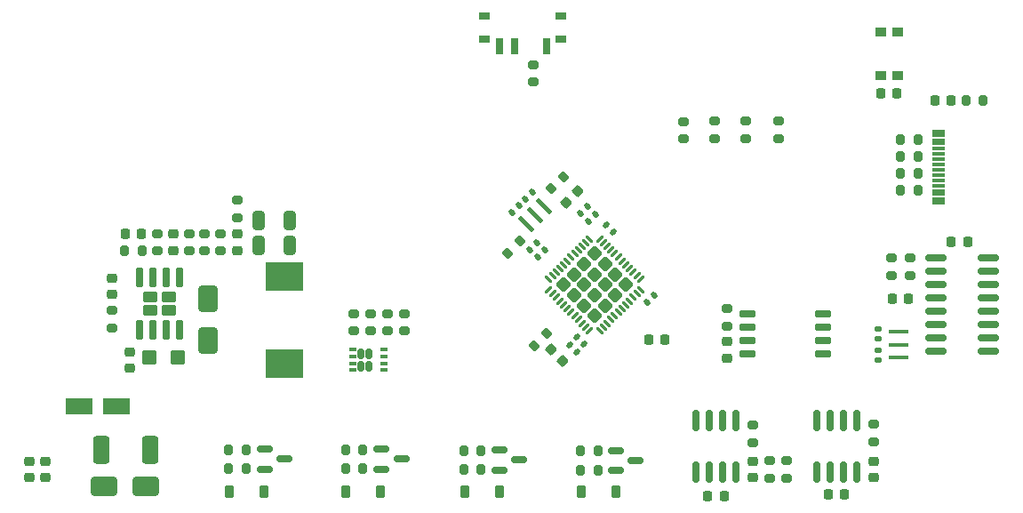
<source format=gbr>
%TF.GenerationSoftware,KiCad,Pcbnew,8.0.0*%
%TF.CreationDate,2024-06-19T21:37:33+02:00*%
%TF.ProjectId,PCB,5043422e-6b69-4636-9164-5f7063625858,0.1*%
%TF.SameCoordinates,Original*%
%TF.FileFunction,Paste,Top*%
%TF.FilePolarity,Positive*%
%FSLAX46Y46*%
G04 Gerber Fmt 4.6, Leading zero omitted, Abs format (unit mm)*
G04 Created by KiCad (PCBNEW 8.0.0) date 2024-06-19 21:37:33*
%MOMM*%
%LPD*%
G01*
G04 APERTURE LIST*
G04 Aperture macros list*
%AMRoundRect*
0 Rectangle with rounded corners*
0 $1 Rounding radius*
0 $2 $3 $4 $5 $6 $7 $8 $9 X,Y pos of 4 corners*
0 Add a 4 corners polygon primitive as box body*
4,1,4,$2,$3,$4,$5,$6,$7,$8,$9,$2,$3,0*
0 Add four circle primitives for the rounded corners*
1,1,$1+$1,$2,$3*
1,1,$1+$1,$4,$5*
1,1,$1+$1,$6,$7*
1,1,$1+$1,$8,$9*
0 Add four rect primitives between the rounded corners*
20,1,$1+$1,$2,$3,$4,$5,0*
20,1,$1+$1,$4,$5,$6,$7,0*
20,1,$1+$1,$6,$7,$8,$9,0*
20,1,$1+$1,$8,$9,$2,$3,0*%
%AMRotRect*
0 Rectangle, with rotation*
0 The origin of the aperture is its center*
0 $1 length*
0 $2 width*
0 $3 Rotation angle, in degrees counterclockwise*
0 Add horizontal line*
21,1,$1,$2,0,0,$3*%
G04 Aperture macros list end*
%ADD10RoundRect,0.250000X0.325000X0.650000X-0.325000X0.650000X-0.325000X-0.650000X0.325000X-0.650000X0*%
%ADD11RoundRect,0.250000X1.050000X0.550000X-1.050000X0.550000X-1.050000X-0.550000X1.050000X-0.550000X0*%
%ADD12RoundRect,0.200000X0.275000X-0.200000X0.275000X0.200000X-0.275000X0.200000X-0.275000X-0.200000X0*%
%ADD13R,1.000000X0.900000*%
%ADD14RoundRect,0.200000X-0.275000X0.200000X-0.275000X-0.200000X0.275000X-0.200000X0.275000X0.200000X0*%
%ADD15RoundRect,0.200000X0.200000X0.275000X-0.200000X0.275000X-0.200000X-0.275000X0.200000X-0.275000X0*%
%ADD16RoundRect,0.150000X0.150000X0.350000X-0.150000X0.350000X-0.150000X-0.350000X0.150000X-0.350000X0*%
%ADD17RoundRect,0.105000X0.245000X0.105000X-0.245000X0.105000X-0.245000X-0.105000X0.245000X-0.105000X0*%
%ADD18RoundRect,0.140000X0.170000X-0.140000X0.170000X0.140000X-0.170000X0.140000X-0.170000X-0.140000X0*%
%ADD19RoundRect,0.140000X0.021213X-0.219203X0.219203X-0.021213X-0.021213X0.219203X-0.219203X0.021213X0*%
%ADD20RoundRect,0.140000X-0.170000X0.140000X-0.170000X-0.140000X0.170000X-0.140000X0.170000X0.140000X0*%
%ADD21RoundRect,0.218750X-0.256250X0.218750X-0.256250X-0.218750X0.256250X-0.218750X0.256250X0.218750X0*%
%ADD22RoundRect,0.140000X-0.021213X0.219203X-0.219203X0.021213X0.021213X-0.219203X0.219203X-0.021213X0*%
%ADD23RoundRect,0.150000X-0.650000X-0.150000X0.650000X-0.150000X0.650000X0.150000X-0.650000X0.150000X0*%
%ADD24R,1.900000X0.400000*%
%ADD25R,1.150000X0.300000*%
%ADD26RoundRect,0.150000X-0.587500X-0.150000X0.587500X-0.150000X0.587500X0.150000X-0.587500X0.150000X0*%
%ADD27RoundRect,0.250000X-1.000000X-0.650000X1.000000X-0.650000X1.000000X0.650000X-1.000000X0.650000X0*%
%ADD28RoundRect,0.200000X0.053033X-0.335876X0.335876X-0.053033X-0.053033X0.335876X-0.335876X0.053033X0*%
%ADD29RoundRect,0.140000X-0.219203X-0.021213X-0.021213X-0.219203X0.219203X0.021213X0.021213X0.219203X0*%
%ADD30RoundRect,0.200000X-0.200000X-0.275000X0.200000X-0.275000X0.200000X0.275000X-0.200000X0.275000X0*%
%ADD31RoundRect,0.140000X0.219203X0.021213X0.021213X0.219203X-0.219203X-0.021213X-0.021213X-0.219203X0*%
%ADD32RoundRect,0.225000X0.250000X-0.225000X0.250000X0.225000X-0.250000X0.225000X-0.250000X-0.225000X0*%
%ADD33R,1.000000X0.800000*%
%ADD34R,0.700000X1.500000*%
%ADD35RoundRect,0.250000X-0.450000X-0.425000X0.450000X-0.425000X0.450000X0.425000X-0.450000X0.425000X0*%
%ADD36RoundRect,0.225000X-0.225000X-0.250000X0.225000X-0.250000X0.225000X0.250000X-0.225000X0.250000X0*%
%ADD37RoundRect,0.150000X0.150000X-0.825000X0.150000X0.825000X-0.150000X0.825000X-0.150000X-0.825000X0*%
%ADD38RoundRect,0.225000X0.225000X0.250000X-0.225000X0.250000X-0.225000X-0.250000X0.225000X-0.250000X0*%
%ADD39RoundRect,0.249999X-0.512501X-1.075001X0.512501X-1.075001X0.512501X1.075001X-0.512501X1.075001X0*%
%ADD40RotRect,0.400000X1.900000X225.000000*%
%ADD41RoundRect,0.225000X-0.225000X-0.375000X0.225000X-0.375000X0.225000X0.375000X-0.225000X0.375000X0*%
%ADD42R,3.600000X2.700000*%
%ADD43RoundRect,0.225000X-0.017678X0.335876X-0.335876X0.017678X0.017678X-0.335876X0.335876X-0.017678X0*%
%ADD44RoundRect,0.250000X0.455000X-0.280000X0.455000X0.280000X-0.455000X0.280000X-0.455000X-0.280000X0*%
%ADD45RoundRect,0.150000X0.150000X-0.820000X0.150000X0.820000X-0.150000X0.820000X-0.150000X-0.820000X0*%
%ADD46RoundRect,0.250000X0.650000X-1.000000X0.650000X1.000000X-0.650000X1.000000X-0.650000X-1.000000X0*%
%ADD47RoundRect,0.250000X-0.445477X0.000000X0.000000X-0.445477X0.445477X0.000000X0.000000X0.445477X0*%
%ADD48RoundRect,0.062500X-0.309359X0.220971X0.220971X-0.309359X0.309359X-0.220971X-0.220971X0.309359X0*%
%ADD49RoundRect,0.062500X-0.309359X-0.220971X-0.220971X-0.309359X0.309359X0.220971X0.220971X0.309359X0*%
%ADD50RoundRect,0.200000X-0.053033X0.335876X-0.335876X0.053033X0.053033X-0.335876X0.335876X-0.053033X0*%
%ADD51RoundRect,0.150000X-0.825000X-0.150000X0.825000X-0.150000X0.825000X0.150000X-0.825000X0.150000X0*%
%ADD52RoundRect,0.225000X0.335876X0.017678X0.017678X0.335876X-0.335876X-0.017678X-0.017678X-0.335876X0*%
%ADD53RoundRect,0.225000X-0.250000X0.225000X-0.250000X-0.225000X0.250000X-0.225000X0.250000X0.225000X0*%
G04 APERTURE END LIST*
D10*
%TO.C,C33*%
X139995000Y-82290000D03*
X137045000Y-82290000D03*
%TD*%
D11*
%TO.C,C32*%
X123516800Y-97612200D03*
X119916800Y-97612200D03*
%TD*%
D12*
%TO.C,R25*%
X184100000Y-101025000D03*
X184100000Y-99375000D03*
%TD*%
D13*
%TO.C,SW2*%
X197900000Y-61950000D03*
X197900000Y-66050000D03*
X196300000Y-61950000D03*
X196300000Y-66050000D03*
%TD*%
D14*
%TO.C,R5*%
X133400000Y-81125000D03*
X133400000Y-82775000D03*
%TD*%
D15*
%TO.C,R15*%
X146962500Y-103500000D03*
X145312500Y-103500000D03*
%TD*%
D16*
%TO.C,Q5*%
X147500000Y-93730000D03*
X147500000Y-92600000D03*
X146790000Y-93730000D03*
X146790000Y-92600000D03*
D17*
X146020000Y-94140000D03*
X146020000Y-93490000D03*
X146020000Y-92840000D03*
X146020000Y-92190000D03*
X149020000Y-94140000D03*
X149020000Y-93490000D03*
X149020000Y-92840000D03*
X149020000Y-92190000D03*
%TD*%
D15*
%TO.C,R11*%
X135825000Y-103500000D03*
X134175000Y-103500000D03*
%TD*%
D14*
%TO.C,R35*%
X146120000Y-88760000D03*
X146120000Y-90410000D03*
%TD*%
%TO.C,R21*%
X180500000Y-70435000D03*
X180500000Y-72085000D03*
%TD*%
D18*
%TO.C,C10*%
X196095000Y-93180000D03*
X196095000Y-92220000D03*
%TD*%
D12*
%TO.C,R14*%
X123100000Y-90125000D03*
X123100000Y-88475000D03*
%TD*%
D19*
%TO.C,C18*%
X163596508Y-83393771D03*
X164275330Y-82714949D03*
%TD*%
D20*
%TO.C,C22*%
X196095000Y-90220000D03*
X196095000Y-91180000D03*
%TD*%
D19*
%TO.C,C19*%
X167720919Y-79229360D03*
X168399741Y-78550538D03*
%TD*%
D15*
%TO.C,R7*%
X158225000Y-101800000D03*
X156575000Y-101800000D03*
%TD*%
D21*
%TO.C,D7*%
X123100000Y-85352500D03*
X123100000Y-86927500D03*
%TD*%
D14*
%TO.C,R17*%
X163230000Y-65040000D03*
X163230000Y-66690000D03*
%TD*%
%TO.C,R18*%
X183470000Y-70435000D03*
X183470000Y-72085000D03*
%TD*%
D19*
%TO.C,C21*%
X162846508Y-82643771D03*
X163525330Y-81964949D03*
%TD*%
D22*
%TO.C,C12*%
X174739741Y-87000538D03*
X174060919Y-87679360D03*
%TD*%
D15*
%TO.C,R32*%
X199825000Y-73800000D03*
X198175000Y-73800000D03*
%TD*%
D10*
%TO.C,C9*%
X139995000Y-79925000D03*
X137045000Y-79925000D03*
%TD*%
D23*
%TO.C,U7*%
X190780000Y-88805000D03*
X190780000Y-90075000D03*
X190780000Y-91345000D03*
X190780000Y-92615000D03*
X183580000Y-92615000D03*
X183580000Y-91345000D03*
X183580000Y-90075000D03*
X183580000Y-88805000D03*
%TD*%
D24*
%TO.C,Y3*%
X198000000Y-90500000D03*
X198000000Y-91700000D03*
X198000000Y-92900000D03*
%TD*%
D12*
%TO.C,R26*%
X195600000Y-100925000D03*
X195600000Y-99275000D03*
%TD*%
D25*
%TO.C,J14*%
X201830000Y-78150000D03*
X201830000Y-77350000D03*
X201830000Y-76050000D03*
X201830000Y-75050000D03*
X201830000Y-74550000D03*
X201830000Y-73550000D03*
X201830000Y-72250000D03*
X201830000Y-71450000D03*
X201830000Y-71750000D03*
X201830000Y-72550000D03*
X201830000Y-73050000D03*
X201830000Y-74050000D03*
X201830000Y-75550000D03*
X201830000Y-76550000D03*
X201830000Y-77050000D03*
X201830000Y-77850000D03*
%TD*%
D26*
%TO.C,Q2*%
X159962500Y-101750000D03*
X159962500Y-103650000D03*
X161837500Y-102700000D03*
%TD*%
D14*
%TO.C,R36*%
X149320000Y-88760000D03*
X149320000Y-90410000D03*
%TD*%
D27*
%TO.C,D1*%
X122322500Y-105177500D03*
X126322500Y-105177500D03*
%TD*%
D21*
%TO.C,D3*%
X135000000Y-81162500D03*
X135000000Y-82737500D03*
%TD*%
D15*
%TO.C,R9*%
X158225000Y-103600000D03*
X156575000Y-103600000D03*
%TD*%
D12*
%TO.C,R30*%
X197300000Y-85125000D03*
X197300000Y-83475000D03*
%TD*%
%TO.C,R28*%
X181680000Y-89935000D03*
X181680000Y-88285000D03*
%TD*%
D28*
%TO.C,R27*%
X163296637Y-91783363D03*
X164463363Y-90616637D03*
%TD*%
D29*
%TO.C,C24*%
X166660919Y-91700538D03*
X167339741Y-92379360D03*
%TD*%
D30*
%TO.C,R1*%
X124275000Y-82750000D03*
X125925000Y-82750000D03*
%TD*%
D22*
%TO.C,C20*%
X163114005Y-77174802D03*
X162435183Y-77853624D03*
%TD*%
D31*
%TO.C,C16*%
X168039741Y-91679360D03*
X167360919Y-91000538D03*
%TD*%
D32*
%TO.C,C1*%
X184100000Y-104375000D03*
X184100000Y-102825000D03*
%TD*%
D12*
%TO.C,R4*%
X131900000Y-82775000D03*
X131900000Y-81125000D03*
%TD*%
D14*
%TO.C,R8*%
X186600000Y-70435000D03*
X186600000Y-72085000D03*
%TD*%
D33*
%TO.C,SW1*%
X165860000Y-62625000D03*
X165860000Y-60415000D03*
X158560000Y-62625000D03*
X158560000Y-60415000D03*
D34*
X164460000Y-63275000D03*
X161460000Y-63275000D03*
X159960000Y-63275000D03*
%TD*%
D29*
%TO.C,C15*%
X170160919Y-80300538D03*
X170839741Y-80979360D03*
%TD*%
D14*
%TO.C,R3*%
X130400000Y-81125000D03*
X130400000Y-82775000D03*
%TD*%
D15*
%TO.C,R10*%
X169362500Y-103650000D03*
X167712500Y-103650000D03*
%TD*%
%TO.C,R6*%
X169362500Y-101850000D03*
X167712500Y-101850000D03*
%TD*%
D32*
%TO.C,C7*%
X128900000Y-82725000D03*
X128900000Y-81175000D03*
%TD*%
D35*
%TO.C,C5*%
X126650000Y-92950000D03*
X129350000Y-92950000D03*
%TD*%
D36*
%TO.C,C3*%
X191325000Y-106000000D03*
X192875000Y-106000000D03*
%TD*%
D37*
%TO.C,U1*%
X178695000Y-103875000D03*
X179965000Y-103875000D03*
X181235000Y-103875000D03*
X182505000Y-103875000D03*
X182505000Y-98925000D03*
X181235000Y-98925000D03*
X179965000Y-98925000D03*
X178695000Y-98925000D03*
%TD*%
D14*
%TO.C,R29*%
X199100000Y-83475000D03*
X199100000Y-85125000D03*
%TD*%
D15*
%TO.C,R12*%
X135825000Y-101700000D03*
X134175000Y-101700000D03*
%TD*%
D38*
%TO.C,C26*%
X175755000Y-91240000D03*
X174205000Y-91240000D03*
%TD*%
D39*
%TO.C,F1*%
X122062500Y-101700000D03*
X126737500Y-101700000D03*
%TD*%
D36*
%TO.C,C27*%
X197425000Y-87300000D03*
X198975000Y-87300000D03*
%TD*%
D40*
%TO.C,Y1*%
X164223122Y-78565685D03*
X163374594Y-79414213D03*
X162526066Y-80262741D03*
%TD*%
D15*
%TO.C,R31*%
X199825000Y-75400000D03*
X198175000Y-75400000D03*
%TD*%
D41*
%TO.C,D4*%
X134250000Y-105700000D03*
X137550000Y-105700000D03*
%TD*%
D36*
%TO.C,C2*%
X179825000Y-106100000D03*
X181375000Y-106100000D03*
%TD*%
D32*
%TO.C,C13*%
X116760000Y-104345000D03*
X116760000Y-102795000D03*
%TD*%
D14*
%TO.C,R33*%
X150920000Y-88760000D03*
X150920000Y-90410000D03*
%TD*%
D12*
%TO.C,R23*%
X135000000Y-79625000D03*
X135000000Y-77975000D03*
%TD*%
D19*
%TO.C,C11*%
X168470919Y-79979360D03*
X169149741Y-79300538D03*
%TD*%
D26*
%TO.C,Q3*%
X137662500Y-101650000D03*
X137662500Y-103550000D03*
X139537500Y-102600000D03*
%TD*%
D36*
%TO.C,C23*%
X203025000Y-81875000D03*
X204575000Y-81875000D03*
%TD*%
D26*
%TO.C,Q1*%
X171100000Y-101800000D03*
X171100000Y-103700000D03*
X172975000Y-102750000D03*
%TD*%
D42*
%TO.C,L1*%
X139500000Y-93500000D03*
X139500000Y-85200000D03*
%TD*%
D12*
%TO.C,TH1*%
X185700000Y-104425000D03*
X185700000Y-102775000D03*
%TD*%
D19*
%TO.C,C25*%
X161135183Y-79153624D03*
X161814005Y-78474802D03*
%TD*%
D43*
%TO.C,C29*%
X167428008Y-77111992D03*
X166331992Y-78208008D03*
%TD*%
D44*
%TO.C,U4*%
X126700000Y-88450000D03*
X128450000Y-88450000D03*
X126700000Y-87140000D03*
X128450000Y-87140000D03*
D45*
X125670000Y-90275000D03*
X126940000Y-90275000D03*
X128210000Y-90275000D03*
X129480000Y-90275000D03*
X129480000Y-85315000D03*
X128210000Y-85315000D03*
X126940000Y-85315000D03*
X125670000Y-85315000D03*
%TD*%
D46*
%TO.C,D2*%
X132200000Y-91350000D03*
X132200000Y-87350000D03*
%TD*%
D47*
%TO.C,U5*%
X169050330Y-83030152D03*
X168060381Y-84020101D03*
X167070431Y-85010051D03*
X166080482Y-86000000D03*
X170040279Y-84020101D03*
X169050330Y-85010051D03*
X168060381Y-86000000D03*
X167070431Y-86989949D03*
X171030229Y-85010051D03*
X170040279Y-86000000D03*
X169050330Y-86989949D03*
X168060381Y-87979899D03*
X172020178Y-86000000D03*
X171030229Y-86989949D03*
X170040279Y-87979899D03*
X169050330Y-88969848D03*
D48*
X168564194Y-81624777D03*
X168210641Y-81978330D03*
X167857087Y-82331884D03*
X167503534Y-82685437D03*
X167149981Y-83038990D03*
X166796427Y-83392544D03*
X166442874Y-83746097D03*
X166089320Y-84099651D03*
X165735767Y-84453204D03*
X165382214Y-84806757D03*
X165028660Y-85160311D03*
X164675107Y-85513864D03*
D49*
X164675107Y-86486136D03*
X165028660Y-86839689D03*
X165382214Y-87193243D03*
X165735767Y-87546796D03*
X166089320Y-87900349D03*
X166442874Y-88253903D03*
X166796427Y-88607456D03*
X167149981Y-88961010D03*
X167503534Y-89314563D03*
X167857087Y-89668116D03*
X168210641Y-90021670D03*
X168564194Y-90375223D03*
D48*
X169536466Y-90375223D03*
X169890019Y-90021670D03*
X170243573Y-89668116D03*
X170597126Y-89314563D03*
X170950679Y-88961010D03*
X171304233Y-88607456D03*
X171657786Y-88253903D03*
X172011340Y-87900349D03*
X172364893Y-87546796D03*
X172718446Y-87193243D03*
X173072000Y-86839689D03*
X173425553Y-86486136D03*
D49*
X173425553Y-85513864D03*
X173072000Y-85160311D03*
X172718446Y-84806757D03*
X172364893Y-84453204D03*
X172011340Y-84099651D03*
X171657786Y-83746097D03*
X171304233Y-83392544D03*
X170950679Y-83038990D03*
X170597126Y-82685437D03*
X170243573Y-82331884D03*
X169890019Y-81978330D03*
X169536466Y-81624777D03*
%TD*%
D14*
%TO.C,R2*%
X127400000Y-81125000D03*
X127400000Y-82775000D03*
%TD*%
D37*
%TO.C,U2*%
X190195000Y-103875000D03*
X191465000Y-103875000D03*
X192735000Y-103875000D03*
X194005000Y-103875000D03*
X194005000Y-98925000D03*
X192735000Y-98925000D03*
X191465000Y-98925000D03*
X190195000Y-98925000D03*
%TD*%
D50*
%TO.C,R13*%
X166073363Y-75706637D03*
X164906637Y-76873363D03*
%TD*%
D36*
%TO.C,C31*%
X201435000Y-68420000D03*
X202985000Y-68420000D03*
%TD*%
D51*
%TO.C,U6*%
X201600000Y-83480000D03*
X201600000Y-84750000D03*
X201600000Y-86020000D03*
X201600000Y-87290000D03*
X201600000Y-88560000D03*
X201600000Y-89830000D03*
X201600000Y-91100000D03*
X201600000Y-92370000D03*
X206550000Y-92370000D03*
X206550000Y-91100000D03*
X206550000Y-89830000D03*
X206550000Y-88560000D03*
X206550000Y-87290000D03*
X206550000Y-86020000D03*
X206550000Y-84750000D03*
X206550000Y-83480000D03*
%TD*%
D52*
%TO.C,C30*%
X166029008Y-93283408D03*
X164932992Y-92187392D03*
%TD*%
D15*
%TO.C,R16*%
X146962500Y-101700000D03*
X145312500Y-101700000D03*
%TD*%
D30*
%TO.C,R20*%
X198175000Y-72200000D03*
X199825000Y-72200000D03*
%TD*%
D36*
%TO.C,C17*%
X196280000Y-67750000D03*
X197830000Y-67750000D03*
%TD*%
D41*
%TO.C,D8*%
X156650000Y-105700000D03*
X159950000Y-105700000D03*
%TD*%
D14*
%TO.C,R22*%
X177500000Y-70445000D03*
X177500000Y-72095000D03*
%TD*%
D53*
%TO.C,C8*%
X124800000Y-92375000D03*
X124800000Y-93925000D03*
%TD*%
D26*
%TO.C,Q4*%
X148762500Y-101650000D03*
X148762500Y-103550000D03*
X150637500Y-102600000D03*
%TD*%
D30*
%TO.C,R19*%
X198175000Y-77000000D03*
X199825000Y-77000000D03*
%TD*%
D32*
%TO.C,C4*%
X195600000Y-104375000D03*
X195600000Y-102825000D03*
%TD*%
D41*
%TO.C,D6*%
X167750000Y-105700000D03*
X171050000Y-105700000D03*
%TD*%
%TO.C,D5*%
X145350000Y-105700000D03*
X148650000Y-105700000D03*
%TD*%
D12*
%TO.C,R34*%
X147720000Y-90410000D03*
X147720000Y-88760000D03*
%TD*%
D32*
%TO.C,C14*%
X115200000Y-104345000D03*
X115200000Y-102795000D03*
%TD*%
D15*
%TO.C,R38*%
X206085000Y-68420000D03*
X204435000Y-68420000D03*
%TD*%
D50*
%TO.C,R37*%
X161903363Y-81856637D03*
X160736637Y-83023363D03*
%TD*%
D12*
%TO.C,R24*%
X187334997Y-104417768D03*
X187334997Y-102767768D03*
%TD*%
D32*
%TO.C,C28*%
X181680000Y-92985000D03*
X181680000Y-91435000D03*
%TD*%
D36*
%TO.C,C6*%
X124325000Y-81150000D03*
X125875000Y-81150000D03*
%TD*%
M02*

</source>
